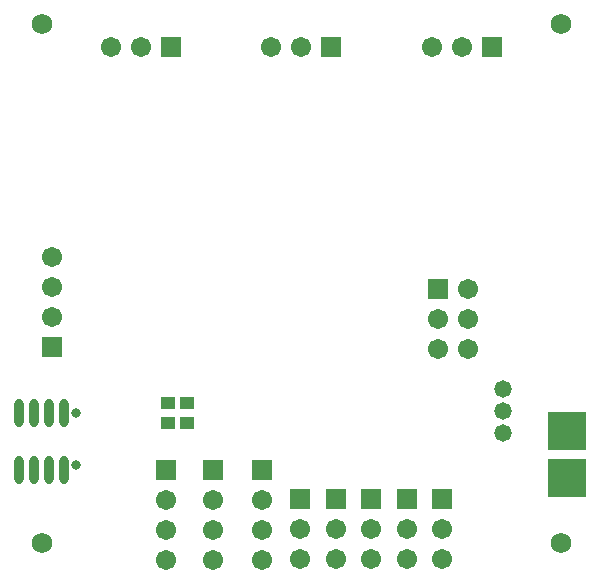
<source format=gbs>
%FSLAX43Y43*%
%MOMM*%
G71*
G01*
G75*
G04 Layer_Color=16711935*
%ADD10R,0.900X1.000*%
%ADD11R,2.500X2.000*%
%ADD12R,2.300X0.500*%
%ADD13R,2.600X2.200*%
%ADD14R,0.900X1.400*%
%ADD15R,1.100X1.400*%
%ADD16O,0.600X2.200*%
%ADD17R,0.600X1.300*%
%ADD18R,1.400X1.100*%
G04:AMPARAMS|DCode=19|XSize=1.7mm|YSize=2.2mm|CornerRadius=0.043mm|HoleSize=0mm|Usage=FLASHONLY|Rotation=90.000|XOffset=0mm|YOffset=0mm|HoleType=Round|Shape=RoundedRectangle|*
%AMROUNDEDRECTD19*
21,1,1.700,2.115,0,0,90.0*
21,1,1.615,2.200,0,0,90.0*
1,1,0.085,1.058,0.808*
1,1,0.085,1.058,-0.808*
1,1,0.085,-1.058,-0.808*
1,1,0.085,-1.058,0.808*
%
%ADD19ROUNDEDRECTD19*%
%ADD20O,1.800X0.300*%
%ADD21O,0.300X1.800*%
%ADD22R,1.400X0.900*%
%ADD23R,1.000X2.100*%
%ADD24R,5.400X6.200*%
%ADD25C,0.254*%
%ADD26C,0.500*%
%ADD27C,1.000*%
%ADD28C,2.000*%
%ADD29C,0.600*%
%ADD30R,1.500X1.500*%
%ADD31C,1.500*%
%ADD32R,3.000X3.000*%
%ADD33R,1.500X1.500*%
%ADD34C,1.524*%
%ADD35C,1.270*%
%ADD36C,1.100*%
%ADD37C,1.000*%
%ADD38R,1.000X0.900*%
%ADD39C,0.250*%
%ADD40C,0.600*%
%ADD41C,0.200*%
%ADD42C,0.100*%
%ADD43C,0.400*%
%ADD44R,1.103X1.203*%
%ADD45R,2.703X2.203*%
%ADD46R,2.503X0.703*%
%ADD47R,2.803X2.403*%
%ADD48R,1.103X1.603*%
%ADD49R,1.303X1.603*%
%ADD50O,0.803X2.403*%
%ADD51R,0.803X1.503*%
%ADD52R,1.603X1.303*%
G04:AMPARAMS|DCode=53|XSize=1.903mm|YSize=2.403mm|CornerRadius=0.144mm|HoleSize=0mm|Usage=FLASHONLY|Rotation=90.000|XOffset=0mm|YOffset=0mm|HoleType=Round|Shape=RoundedRectangle|*
%AMROUNDEDRECTD53*
21,1,1.903,2.115,0,0,90.0*
21,1,1.615,2.403,0,0,90.0*
1,1,0.288,1.058,0.808*
1,1,0.288,1.058,-0.808*
1,1,0.288,-1.058,-0.808*
1,1,0.288,-1.058,0.808*
%
%ADD53ROUNDEDRECTD53*%
%ADD54O,2.003X0.503*%
%ADD55O,0.503X2.003*%
%ADD56R,1.603X1.103*%
%ADD57R,1.203X2.303*%
%ADD58R,5.603X6.403*%
%ADD59C,0.803*%
%ADD60R,1.703X1.703*%
%ADD61C,1.703*%
%ADD62R,3.203X3.203*%
%ADD63R,1.703X1.703*%
%ADD64C,1.727*%
%ADD65C,1.473*%
%ADD66R,1.203X1.103*%
D50*
X4905Y9200D02*
D03*
X3635D02*
D03*
X2365D02*
D03*
X1095D02*
D03*
X4905Y14000D02*
D03*
X3635D02*
D03*
X2365D02*
D03*
X1095D02*
D03*
D59*
X5950D02*
D03*
Y9600D02*
D03*
D60*
X36900Y6740D02*
D03*
X33900D02*
D03*
X30900D02*
D03*
X3900Y19600D02*
D03*
X17500Y9200D02*
D03*
X36600Y24500D02*
D03*
X21700Y9200D02*
D03*
X24900Y6740D02*
D03*
X27900D02*
D03*
X13500Y9200D02*
D03*
D61*
X36900Y4200D02*
D03*
Y1660D02*
D03*
X33900Y4200D02*
D03*
Y1660D02*
D03*
X30900Y4200D02*
D03*
Y1660D02*
D03*
X3900Y27220D02*
D03*
Y24680D02*
D03*
Y22140D02*
D03*
X38560Y45000D02*
D03*
X36020D02*
D03*
X17500Y1580D02*
D03*
Y4120D02*
D03*
Y6660D02*
D03*
X24960Y45000D02*
D03*
X22420D02*
D03*
X11460D02*
D03*
X8920D02*
D03*
X39140Y19420D02*
D03*
X36600D02*
D03*
X39140Y21960D02*
D03*
X36600D02*
D03*
X39140Y24500D02*
D03*
X21700Y6660D02*
D03*
Y4120D02*
D03*
Y1580D02*
D03*
X24900Y1660D02*
D03*
Y4200D02*
D03*
X27900Y1660D02*
D03*
Y4200D02*
D03*
X13500Y6660D02*
D03*
Y4120D02*
D03*
Y1580D02*
D03*
D62*
X47500Y8500D02*
D03*
Y12500D02*
D03*
D63*
X41100Y45000D02*
D03*
X27500D02*
D03*
X14000D02*
D03*
D64*
X3000Y3000D02*
D03*
X47000D02*
D03*
Y47000D02*
D03*
X3000D02*
D03*
D65*
X42100Y14175D02*
D03*
Y16100D02*
D03*
Y12300D02*
D03*
D66*
X13700Y14850D02*
D03*
Y13150D02*
D03*
X15300Y14850D02*
D03*
Y13150D02*
D03*
M02*

</source>
